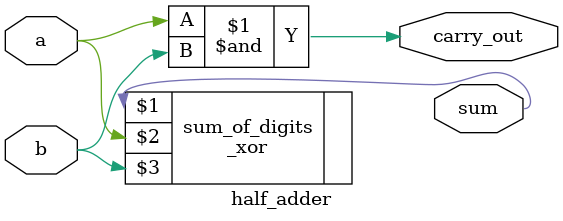
<source format=v>
module half_adder(sum, carry_out, a, b);
input a, b;
output sum, carry_out;

_xor sum_of_digits(sum, a, b);
and carry_of_sum(carry_out, a, b);

endmodule
</source>
